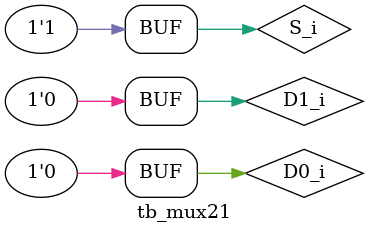
<source format=v>
`timescale 1ns/1ns

module tb_mux21(

);
    reg  D0_i;
    reg  D1_i;
    reg  S_i;
    wire Y_o;

    mux21 u_mux21(
        .D0_i (D0_i),
        .D1_i (D1_i),
        .S_i  (S_i),
        .Y_o  (Y_o)
    );

    initial begin
        #0
        D0_i = 1'b0;
        D1_i = 1'b1;
        S_i  = 1'b0;

        #1
        D0_i = 1'b0;
        D1_i = 1'b1;
        S_i  = 1'b1;

        #1
        D0_i = 1'b0;
        D1_i = 1'b1;
        S_i  = 1'b0;
        
        #1
        D0_i = 1'b0;
        D1_i = 1'b0;
        S_i  = 1'b1;

    end

    initial begin
	    $dumpfile("mux21.vcd");
	    $dumpvars(1);
    end
    
endmodule
</source>
